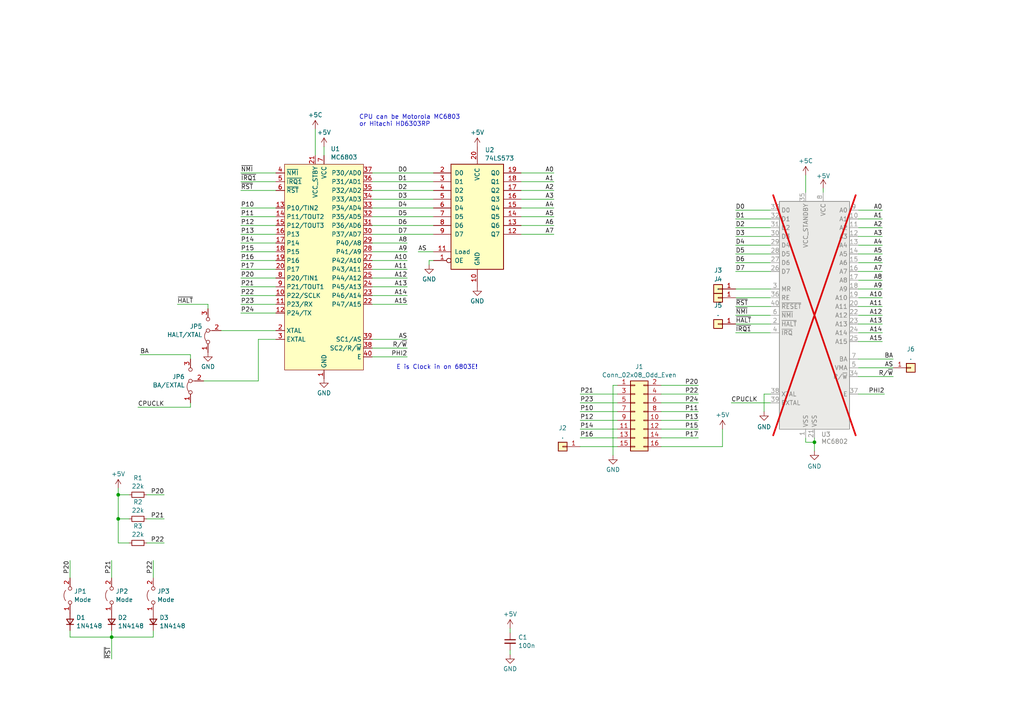
<source format=kicad_sch>
(kicad_sch (version 20231120) (generator "eeschema") (generator_version "8.0")
  (paper "A4")
  (lib_symbols
    (symbol "74xx:74LS573" (pin_names (offset 1.016))
      (property "Reference" "U" (at -7.62 16.51 0))
      (property "Value" "74LS573" (at -7.62 -16.51 0))
      (symbol "74LS573_1_0"
        (pin input inverted (at -12.7 -12.7 0) (length 5.08) (name "OE") (number "1"))
        (pin power_in line (at 0 -20.32 90) (length 5.08) (name "GND") (number "10"))
        (pin input line (at -12.7 -10.16 0) (length 5.08) (name "Load") (number "11"))
        (pin tri_state line (at 12.7 -5.08 180) (length 5.08) (name "Q7") (number "12"))
        (pin tri_state line (at 12.7 -2.54 180) (length 5.08) (name "Q6") (number "13"))
        (pin tri_state line (at 12.7 0 180) (length 5.08) (name "Q5") (number "14"))
        (pin tri_state line (at 12.7 2.54 180) (length 5.08) (name "Q4") (number "15"))
        (pin tri_state line (at 12.7 5.08 180) (length 5.08) (name "Q3") (number "16"))
        (pin tri_state line (at 12.7 7.62 180) (length 5.08) (name "Q2") (number "17"))
        (pin tri_state line (at 12.7 10.16 180) (length 5.08) (name "Q1") (number "18"))
        (pin tri_state line (at 12.7 12.7 180) (length 5.08) (name "Q0") (number "19"))
        (pin input line (at -12.7 12.7 0) (length 5.08) (name "D0") (number "2"))
        (pin power_in line (at 0 20.32 270) (length 5.08) (name "VCC") (number "20"))
        (pin input line (at -12.7 10.16 0) (length 5.08) (name "D1") (number "3"))
        (pin input line (at -12.7 7.62 0) (length 5.08) (name "D2") (number "4"))
        (pin input line (at -12.7 5.08 0) (length 5.08) (name "D3") (number "5"))
        (pin input line (at -12.7 2.54 0) (length 5.08) (name "D4") (number "6"))
        (pin input line (at -12.7 0 0) (length 5.08) (name "D5") (number "7"))
        (pin input line (at -12.7 -2.54 0) (length 5.08) (name "D6") (number "8"))
        (pin input line (at -12.7 -5.08 0) (length 5.08) (name "D7") (number "9"))
      )
      (symbol "74LS573_1_1"
        (rectangle (start -7.62 15.24) (end 7.62 -15.24) (stroke (width 0.254)) (fill (type background)))
      )
    )
    (symbol "CPU_NXP_6800:MC6802"
      (property "Reference" "U99" (at 1.9559 -34.552 0))
      (property "Value" "MC6802" (at 1.9559 -36.6 0))
      (symbol "MC6802_0_1"
        (rectangle (start -10.16 -33.02) (end 10.16 33.02) (stroke (width 0.254)) (fill (type background)))
      )
      (symbol "MC6802_1_1"
        (pin power_in line (at -2.54 -35.56 90) (length 2.54) (name "VSS") (number "1"))
        (pin output line (at 12.7 27.94 180) (length 2.54) (name "A1") (number "10"))
        (pin output line (at 12.7 25.4 180) (length 2.54) (name "A2") (number "11"))
        (pin output line (at 12.7 22.86 180) (length 2.54) (name "A3") (number "12"))
        (pin output line (at 12.7 20.32 180) (length 2.54) (name "A4") (number "13"))
        (pin output line (at 12.7 17.78 180) (length 2.54) (name "A5") (number "14"))
        (pin output line (at 12.7 15.24 180) (length 2.54) (name "A6") (number "15"))
        (pin output line (at 12.7 12.7 180) (length 2.54) (name "A7") (number "16"))
        (pin output line (at 12.7 10.16 180) (length 2.54) (name "A8") (number "17"))
        (pin output line (at 12.7 7.62 180) (length 2.54) (name "A9") (number "18"))
        (pin output line (at 12.7 5.08 180) (length 2.54) (name "A10") (number "19"))
        (pin input line (at -12.7 -2.54 0) (length 2.54) (name "~{HALT}") (number "2"))
        (pin output line (at 12.7 2.54 180) (length 2.54) (name "A11") (number "20"))
        (pin power_in line (at 0 -35.56 90) (length 2.54) (name "VSS") (number "21"))
        (pin output line (at 12.7 0 180) (length 2.54) (name "A12") (number "22"))
        (pin output line (at 12.7 -2.54 180) (length 2.54) (name "A13") (number "23"))
        (pin output line (at 12.7 -5.08 180) (length 2.54) (name "A14") (number "24"))
        (pin output line (at 12.7 -7.62 180) (length 2.54) (name "A15") (number "25"))
        (pin bidirectional line (at -12.7 12.7 0) (length 2.54) (name "D7") (number "26"))
        (pin bidirectional line (at -12.7 15.24 0) (length 2.54) (name "D6") (number "27"))
        (pin bidirectional line (at -12.7 17.78 0) (length 2.54) (name "D5") (number "28"))
        (pin bidirectional line (at -12.7 20.32 0) (length 2.54) (name "D4") (number "29"))
        (pin input line (at -12.7 7.62 0) (length 2.54) (name "MR") (number "3"))
        (pin bidirectional line (at -12.7 22.86 0) (length 2.54) (name "D3") (number "30"))
        (pin bidirectional line (at -12.7 25.4 0) (length 2.54) (name "D2") (number "31"))
        (pin bidirectional line (at -12.7 27.94 0) (length 2.54) (name "D1") (number "32"))
        (pin bidirectional line (at -12.7 30.48 0) (length 2.54) (name "D0") (number "33"))
        (pin output line (at 12.7 -17.78 180) (length 2.54) (name "R/~{W}") (number "34"))
        (pin power_in line (at -2.54 35.56 270) (length 2.54) (name "VCC_STANDBY") (number "35"))
        (pin input line (at -12.7 5.08 0) (length 2.54) (name "RE") (number "36"))
        (pin output line (at 12.7 -22.86 180) (length 2.54) (name "E") (number "37"))
        (pin passive line (at -12.7 -22.86 0) (length 2.54) (name "XTAL") (number "38"))
        (pin passive line (at -12.7 -25.4 0) (length 2.54) (name "EXTAL") (number "39"))
        (pin input line (at -12.7 -5.08 0) (length 2.54) (name "~{IRQ}") (number "4"))
        (pin input line (at -12.7 2.54 0) (length 2.54) (name "~{RESET}") (number "40"))
        (pin output line (at 12.7 -15.24 180) (length 2.54) (name "VMA") (number "5"))
        (pin input line (at -12.7 0 0) (length 2.54) (name "~{NMI}") (number "6"))
        (pin output line (at 12.7 -12.7 180) (length 2.54) (name "BA") (number "7"))
        (pin power_in line (at 2.54 35.56 270) (length 2.54) (name "VCC") (number "8"))
        (pin output line (at 12.7 30.48 180) (length 2.54) (name "A0") (number "9"))
      )
    )
    (symbol "Connector_Generic:Conn_01x01" (pin_names (offset 1.016) hide)
      (property "Reference" "J" (at 0 2.54 0))
      (property "Value" "Conn_01x01" (at 0 -2.54 0))
      (symbol "Conn_01x01_1_1"
        (rectangle (start -1.27 0.127) (end 0 -0.127) (stroke (width 0.1524)))
        (rectangle (start -1.27 1.27) (end 1.27 -1.27) (stroke (width 0.254)) (fill (type background)))
        (pin passive line (at -5.08 0 0) (length 3.81) (name "Pin_1") (number "1"))
      )
    )
    (symbol "Connector_Generic:Conn_02x08_Odd_Even" (pin_names (offset 1.016) hide)
      (property "Reference" "J" (at 1.27 10.16 0))
      (property "Value" "Conn_02x08_Odd_Even" (at 1.27 -12.7 0))
      (symbol "Conn_02x08_Odd_Even_1_1"
        (rectangle (start -1.27 -10.033) (end 0 -10.287) (stroke (width 0.1524)))
        (rectangle (start -1.27 -7.493) (end 0 -7.747) (stroke (width 0.1524)))
        (rectangle (start -1.27 -4.953) (end 0 -5.207) (stroke (width 0.1524)))
        (rectangle (start -1.27 -2.413) (end 0 -2.667) (stroke (width 0.1524)))
        (rectangle (start -1.27 0.127) (end 0 -0.127) (stroke (width 0.1524)))
        (rectangle (start -1.27 2.667) (end 0 2.413) (stroke (width 0.1524)))
        (rectangle (start -1.27 5.207) (end 0 4.953) (stroke (width 0.1524)))
        (rectangle (start -1.27 7.747) (end 0 7.493) (stroke (width 0.1524)))
        (rectangle (start -1.27 8.89) (end 3.81 -11.43) (stroke (width 0.254)) (fill (type background)))
        (rectangle (start 3.81 -10.033) (end 2.54 -10.287) (stroke (width 0.1524)))
        (rectangle (start 3.81 -7.493) (end 2.54 -7.747) (stroke (width 0.1524)))
        (rectangle (start 3.81 -4.953) (end 2.54 -5.207) (stroke (width 0.1524)))
        (rectangle (start 3.81 -2.413) (end 2.54 -2.667) (stroke (width 0.1524)))
        (rectangle (start 3.81 0.127) (end 2.54 -0.127) (stroke (width 0.1524)))
        (rectangle (start 3.81 2.667) (end 2.54 2.413) (stroke (width 0.1524)))
        (rectangle (start 3.81 5.207) (end 2.54 4.953) (stroke (width 0.1524)))
        (rectangle (start 3.81 7.747) (end 2.54 7.493) (stroke (width 0.1524)))
        (pin passive line (at -5.08 7.62 0) (length 3.81) (name "Pin_1") (number "1"))
        (pin passive line (at 7.62 -2.54 180) (length 3.81) (name "Pin_10") (number "10"))
        (pin passive line (at -5.08 -5.08 0) (length 3.81) (name "Pin_11") (number "11"))
        (pin passive line (at 7.62 -5.08 180) (length 3.81) (name "Pin_12") (number "12"))
        (pin passive line (at -5.08 -7.62 0) (length 3.81) (name "Pin_13") (number "13"))
        (pin passive line (at 7.62 -7.62 180) (length 3.81) (name "Pin_14") (number "14"))
        (pin passive line (at -5.08 -10.16 0) (length 3.81) (name "Pin_15") (number "15"))
        (pin passive line (at 7.62 -10.16 180) (length 3.81) (name "Pin_16") (number "16"))
        (pin passive line (at 7.62 7.62 180) (length 3.81) (name "Pin_2") (number "2"))
        (pin passive line (at -5.08 5.08 0) (length 3.81) (name "Pin_3") (number "3"))
        (pin passive line (at 7.62 5.08 180) (length 3.81) (name "Pin_4") (number "4"))
        (pin passive line (at -5.08 2.54 0) (length 3.81) (name "Pin_5") (number "5"))
        (pin passive line (at 7.62 2.54 180) (length 3.81) (name "Pin_6") (number "6"))
        (pin passive line (at -5.08 0 0) (length 3.81) (name "Pin_7") (number "7"))
        (pin passive line (at 7.62 0 180) (length 3.81) (name "Pin_8") (number "8"))
        (pin passive line (at -5.08 -2.54 0) (length 3.81) (name "Pin_9") (number "9"))
      )
    )
    (symbol "Device:C_Small" (pin_numbers hide) (pin_names (offset 0.254) hide)
      (property "Reference" "C" (at 0.254 1.778 0))
      (property "Value" "C_Small" (at 0.254 -2.032 0))
      (symbol "C_Small_0_1"
        (polyline (pts (xy -1.524 -0.508) (xy 1.524 -0.508)) (stroke (width 0.3302)))
        (polyline (pts (xy -1.524 0.508) (xy 1.524 0.508)) (stroke (width 0.3048)))
      )
      (symbol "C_Small_1_1"
        (pin passive line (at 0 2.54 270) (length 2.032) (name "~") (number "1"))
        (pin passive line (at 0 -2.54 90) (length 2.032) (name "~") (number "2"))
      )
    )
    (symbol "Device:D_Small" (pin_numbers hide) (pin_names (offset 0.254) hide)
      (property "Reference" "D" (at -1.27 2.032 0))
      (property "Value" "D_Small" (at -3.81 -2.032 0))
      (symbol "D_Small_0_1"
        (polyline (pts (xy -0.762 -1.016) (xy -0.762 1.016)) (stroke (width 0.254)))
        (polyline (pts (xy -0.762 0) (xy 0.762 0)))
        (polyline (pts (xy 0.762 -1.016) (xy -0.762 0) (xy 0.762 1.016) (xy 0.762 -1.016)) (stroke (width 0.254)))
      )
      (symbol "D_Small_1_1"
        (pin passive line (at -2.54 0 0) (length 1.778) (name "K") (number "1"))
        (pin passive line (at 2.54 0 180) (length 1.778) (name "A") (number "2"))
      )
    )
    (symbol "Device:R_Small" (pin_numbers hide) (pin_names (offset 0.254) hide)
      (property "Reference" "R" (at 0.762 0.508 0))
      (property "Value" "R_Small" (at 0.762 -1.016 0))
      (symbol "R_Small_0_1"
        (rectangle (start -0.762 1.778) (end 0.762 -1.778) (stroke (width 0.2032)))
      )
      (symbol "R_Small_1_1"
        (pin passive line (at 0 2.54 270) (length 0.762) (name "~") (number "1"))
        (pin passive line (at 0 -2.54 90) (length 0.762) (name "~") (number "2"))
      )
    )
    (symbol "Jumper:Jumper_2_Open" (pin_names (offset 0) hide)
      (property "Reference" "JP" (at 0 2.794 0))
      (property "Value" "Jumper_2_Open" (at 0 -2.286 0))
      (symbol "Jumper_2_Open_0_0"
        (circle (center -2.032 0) (radius 0.508))
        (circle (center 2.032 0) (radius 0.508))
      )
      (symbol "Jumper_2_Open_0_1"
        (arc (start 1.524 1.27) (mid 0 1.778) (end -1.524 1.27))
      )
      (symbol "Jumper_2_Open_1_1"
        (pin passive line (at -5.08 0 0) (length 2.54) (name "A") (number "1"))
        (pin passive line (at 5.08 0 180) (length 2.54) (name "B") (number "2"))
      )
    )
    (symbol "Jumper:Jumper_3_Bridged12" (pin_names (offset 0) hide)
      (property "Reference" "JP" (at -2.54 -2.54 0))
      (property "Value" "Jumper_3_Bridged12" (at 0 2.794 0))
      (symbol "Jumper_3_Bridged12_0_0"
        (circle (center -3.302 0) (radius 0.508))
        (circle (center 0 0) (radius 0.508))
        (circle (center 3.302 0) (radius 0.508))
      )
      (symbol "Jumper_3_Bridged12_0_1"
        (arc (start -0.254 0.508) (mid -1.651 0.9912) (end -3.048 0.508))
        (polyline (pts (xy 0 -1.27) (xy 0 -0.508)))
      )
      (symbol "Jumper_3_Bridged12_1_1"
        (pin passive line (at -6.35 0 0) (length 2.54) (name "A") (number "1"))
        (pin passive line (at 0 -3.81 90) (length 2.54) (name "C") (number "2"))
        (pin passive line (at 6.35 0 180) (length 2.54) (name "B") (number "3"))
      )
    )
    (symbol "my_ics_new:MC6803"
      (property "Reference" "U" (at -10.16 30.48 0))
      (property "Value" "MC6803" (at -10.16 27.94 0))
      (symbol "MC6803_0_1"
        (rectangle (start -11.43 25.4) (end 11.43 -34.29) (fill (type background)))
      )
      (symbol "MC6803_1_1"
        (pin power_in line (at 0 -36.83 90) (length 2.54) (name "GND") (number "1"))
        (pin bidirectional line (at -13.97 -12.7 0) (length 2.54) (name "P22/SCLK") (number "10"))
        (pin bidirectional line (at -13.97 -15.24 0) (length 2.54) (name "P23/RX") (number "11"))
        (pin bidirectional line (at -13.97 -17.78 0) (length 2.54) (name "P24/TX") (number "12"))
        (pin bidirectional line (at -13.97 12.7 0) (length 2.54) (name "P10/TIN2") (number "13"))
        (pin bidirectional line (at -13.97 10.16 0) (length 2.54) (name "P11/TOUT2") (number "14"))
        (pin bidirectional line (at -13.97 7.62 0) (length 2.54) (name "P12/TOUT3") (number "15"))
        (pin bidirectional line (at -13.97 5.08 0) (length 2.54) (name "P13") (number "16"))
        (pin bidirectional line (at -13.97 2.54 0) (length 2.54) (name "P14") (number "17"))
        (pin bidirectional line (at -13.97 0 0) (length 2.54) (name "P15") (number "18"))
        (pin bidirectional line (at -13.97 -2.54 0) (length 2.54) (name "P16") (number "19"))
        (pin input line (at -13.97 -22.86 0) (length 2.54) (name "XTAL") (number "2"))
        (pin bidirectional line (at -13.97 -5.08 0) (length 2.54) (name "P17") (number "20"))
        (pin power_in line (at -2.54 27.94 270) (length 2.54) (name "VCC_STBY") (number "21"))
        (pin bidirectional line (at 13.97 -15.24 180) (length 2.54) (name "P47/A15") (number "22"))
        (pin bidirectional line (at 13.97 -12.7 180) (length 2.54) (name "P46/A14") (number "23"))
        (pin bidirectional line (at 13.97 -10.16 180) (length 2.54) (name "P45/A13") (number "24"))
        (pin bidirectional line (at 13.97 -7.62 180) (length 2.54) (name "P44/A12") (number "25"))
        (pin bidirectional line (at 13.97 -5.08 180) (length 2.54) (name "P43/A11") (number "26"))
        (pin bidirectional line (at 13.97 -2.54 180) (length 2.54) (name "P42/A10") (number "27"))
        (pin bidirectional line (at 13.97 0 180) (length 2.54) (name "P41/A9") (number "28"))
        (pin bidirectional line (at 13.97 2.54 180) (length 2.54) (name "P40/A8") (number "29"))
        (pin input line (at -13.97 -25.4 0) (length 2.54) (name "EXTAL") (number "3"))
        (pin bidirectional line (at 13.97 5.08 180) (length 2.54) (name "P37/AD7") (number "30"))
        (pin bidirectional line (at 13.97 7.62 180) (length 2.54) (name "P36/AD6") (number "31"))
        (pin bidirectional line (at 13.97 10.16 180) (length 2.54) (name "P35/AD5") (number "32"))
        (pin bidirectional line (at 13.97 12.7 180) (length 2.54) (name "P34/AD4") (number "33"))
        (pin bidirectional line (at 13.97 15.24 180) (length 2.54) (name "P33/AD3") (number "34"))
        (pin bidirectional line (at 13.97 17.78 180) (length 2.54) (name "P32/AD2") (number "35"))
        (pin bidirectional line (at 13.97 20.32 180) (length 2.54) (name "P31/AD1") (number "36"))
        (pin bidirectional line (at 13.97 22.86 180) (length 2.54) (name "P30/AD0") (number "37"))
        (pin output line (at 13.97 -27.94 180) (length 2.54) (name "SC2/R/~{W}") (number "38"))
        (pin bidirectional line (at 13.97 -25.4 180) (length 2.54) (name "SC1/AS") (number "39"))
        (pin input line (at -13.97 22.86 0) (length 2.54) (name "~{NMI}") (number "4"))
        (pin output line (at 13.97 -30.48 180) (length 2.54) (name "E") (number "40"))
        (pin input line (at -13.97 20.32 0) (length 2.54) (name "~{IRQ1}") (number "5"))
        (pin input line (at -13.97 17.78 0) (length 2.54) (name "~{RST}") (number "6"))
        (pin power_in line (at 0 27.94 270) (length 2.54) (name "VCC") (number "7"))
        (pin bidirectional line (at -13.97 -7.62 0) (length 2.54) (name "P20/TIN1") (number "8"))
        (pin bidirectional line (at -13.97 -10.16 0) (length 2.54) (name "P21/TOUT1") (number "9"))
      )
    )
    (symbol "power:+5C" (power) (pin_names (offset 0))
      (property "Value" "+5C" (at 0 3.556 0))
      (symbol "+5C_0_1"
        (polyline (pts (xy -0.762 1.27) (xy 0 2.54)))
        (polyline (pts (xy 0 0) (xy 0 2.54)))
        (polyline (pts (xy 0 2.54) (xy 0.762 1.27)))
      )
      (symbol "+5C_1_1"
        (pin power_in line (at 0 0 90) (length 0) hide (name "+5C") (number "1"))
      )
    )
    (symbol "power:+5V" (power) (pin_names (offset 0))
      (property "Value" "+5V" (at 0 3.556 0))
      (symbol "+5V_0_1"
        (polyline (pts (xy -0.762 1.27) (xy 0 2.54)))
        (polyline (pts (xy 0 0) (xy 0 2.54)))
        (polyline (pts (xy 0 2.54) (xy 0.762 1.27)))
      )
      (symbol "+5V_1_1"
        (pin power_in line (at 0 0 90) (length 0) hide (name "+5V") (number "1"))
      )
    )
    (symbol "power:GND" (power) (pin_names (offset 0))
      (property "Value" "GND" (at 0 -3.81 0))
      (symbol "GND_0_1"
        (polyline (pts (xy 0 0) (xy 0 -1.27) (xy 1.27 -1.27) (xy 0 -2.54) (xy -1.27 -1.27) (xy 0 -1.27)))
      )
      (symbol "GND_1_1"
        (pin power_in line (at 0 0 270) (length 0) hide (name "GND") (number "1"))
      )
    )
  )
  (junction (at 34.29 150.495))
  (junction (at 236.22 128.27))
  (junction (at 34.29 143.51))
  (junction (at 32.385 184.785))
  (wire (pts (xy 223.52 73.66) (xy 213.36 73.66)))
  (wire (pts (xy 248.92 99.06) (xy 255.905 99.06)))
  (wire (pts (xy 59.055 110.49) (xy 74.93 110.49)))
  (wire (pts (xy 191.77 127) (xy 202.565 127)))
  (wire (pts (xy 147.955 189.865) (xy 147.955 188.595)))
  (wire (pts (xy 259.08 104.14) (xy 248.92 104.14)))
  (wire (pts (xy 223.52 60.96) (xy 213.36 60.96)))
  (wire (pts (xy 151.13 52.705) (xy 160.655 52.705)))
  (wire (pts (xy 223.52 66.04) (xy 213.36 66.04)))
  (wire (pts (xy 69.85 88.265) (xy 80.01 88.265)))
  (wire (pts (xy 20.32 184.785) (xy 32.385 184.785)))
  (wire (pts (xy 107.95 55.245) (xy 125.73 55.245)))
  (wire (pts (xy 69.85 85.725) (xy 80.01 85.725)))
  (wire (pts (xy 213.36 83.82) (xy 223.52 83.82)))
  (wire (pts (xy 20.32 167.64) (xy 20.32 162.56)))
  (wire (pts (xy 212.09 116.84) (xy 223.52 116.84)))
  (wire (pts (xy 51.435 88.265) (xy 60.325 88.265)))
  (wire (pts (xy 233.68 128.27) (xy 233.68 127)))
  (wire (pts (xy 223.52 114.3) (xy 221.615 114.3)))
  (wire (pts (xy 32.385 184.785) (xy 44.45 184.785)))
  (wire (pts (xy 107.95 73.025) (xy 118.11 73.025)))
  (wire (pts (xy 42.545 157.48) (xy 47.625 157.48)))
  (wire (pts (xy 74.93 110.49) (xy 74.93 98.425)))
  (wire (pts (xy 191.77 129.54) (xy 209.55 129.54)))
  (wire (pts (xy 213.36 88.9) (xy 223.52 88.9)))
  (wire (pts (xy 151.13 60.325) (xy 160.655 60.325)))
  (wire (pts (xy 213.36 96.52) (xy 223.52 96.52)))
  (wire (pts (xy 147.955 182.245) (xy 147.955 183.515)))
  (wire (pts (xy 55.245 116.84) (xy 55.245 118.11)))
  (wire (pts (xy 40.005 118.11) (xy 55.245 118.11)))
  (wire (pts (xy 213.36 86.36) (xy 223.52 86.36)))
  (wire (pts (xy 69.85 78.105) (xy 80.01 78.105)))
  (wire (pts (xy 107.95 75.565) (xy 118.11 75.565)))
  (wire (pts (xy 259.08 106.68) (xy 248.92 106.68)))
  (wire (pts (xy 69.85 83.185) (xy 80.01 83.185)))
  (wire (pts (xy 248.92 96.52) (xy 255.905 96.52)))
  (wire (pts (xy 107.95 57.785) (xy 125.73 57.785)))
  (wire (pts (xy 69.85 73.025) (xy 80.01 73.025)))
  (wire (pts (xy 32.385 184.785) (xy 32.385 191.135)))
  (wire (pts (xy 168.275 119.38) (xy 179.07 119.38)))
  (wire (pts (xy 191.77 116.84) (xy 202.565 116.84)))
  (wire (pts (xy 32.385 184.785) (xy 32.385 182.88)))
  (wire (pts (xy 168.275 121.92) (xy 179.07 121.92)))
  (wire (pts (xy 34.29 150.495) (xy 37.465 150.495)))
  (wire (pts (xy 168.275 124.46) (xy 179.07 124.46)))
  (wire (pts (xy 74.93 98.425) (xy 80.01 98.425)))
  (wire (pts (xy 248.92 93.98) (xy 255.905 93.98)))
  (wire (pts (xy 107.95 83.185) (xy 118.11 83.185)))
  (wire (pts (xy 236.22 128.27) (xy 236.22 130.81)))
  (wire (pts (xy 223.52 68.58) (xy 213.36 68.58)))
  (wire (pts (xy 55.245 102.87) (xy 55.245 104.14)))
  (wire (pts (xy 191.77 119.38) (xy 202.565 119.38)))
  (wire (pts (xy 233.68 50.8) (xy 233.68 55.88)))
  (wire (pts (xy 60.325 89.535) (xy 60.325 88.265)))
  (wire (pts (xy 34.29 141.605) (xy 34.29 143.51)))
  (wire (pts (xy 44.45 184.785) (xy 44.45 182.88)))
  (wire (pts (xy 209.55 124.46) (xy 209.55 129.54)))
  (wire (pts (xy 191.77 124.46) (xy 202.565 124.46)))
  (wire (pts (xy 168.275 114.3) (xy 179.07 114.3)))
  (wire (pts (xy 107.95 52.705) (xy 125.73 52.705)))
  (wire (pts (xy 248.92 60.96) (xy 255.905 60.96)))
  (wire (pts (xy 34.29 150.495) (xy 34.29 157.48)))
  (wire (pts (xy 248.92 83.82) (xy 255.905 83.82)))
  (wire (pts (xy 238.76 54.61) (xy 238.76 55.88)))
  (wire (pts (xy 168.275 116.84) (xy 179.07 116.84)))
  (wire (pts (xy 34.29 143.51) (xy 37.465 143.51)))
  (wire (pts (xy 107.95 67.945) (xy 125.73 67.945)))
  (wire (pts (xy 107.95 70.485) (xy 118.11 70.485)))
  (wire (pts (xy 93.98 42.545) (xy 93.98 45.085)))
  (wire (pts (xy 221.615 114.3) (xy 221.615 119.38)))
  (wire (pts (xy 248.92 71.12) (xy 255.905 71.12)))
  (wire (pts (xy 151.13 65.405) (xy 160.655 65.405)))
  (wire (pts (xy 107.95 80.645) (xy 118.11 80.645)))
  (wire (pts (xy 179.07 111.76) (xy 177.8 111.76)))
  (wire (pts (xy 69.85 70.485) (xy 80.01 70.485)))
  (wire (pts (xy 248.92 73.66) (xy 255.905 73.66)))
  (wire (pts (xy 248.92 86.36) (xy 255.905 86.36)))
  (wire (pts (xy 69.85 65.405) (xy 80.01 65.405)))
  (wire (pts (xy 69.85 75.565) (xy 80.01 75.565)))
  (wire (pts (xy 69.85 67.945) (xy 80.01 67.945)))
  (wire (pts (xy 223.52 76.2) (xy 213.36 76.2)))
  (wire (pts (xy 151.13 50.165) (xy 160.655 50.165)))
  (wire (pts (xy 151.13 62.865) (xy 160.655 62.865)))
  (wire (pts (xy 42.545 143.51) (xy 47.625 143.51)))
  (wire (pts (xy 248.92 76.2) (xy 255.905 76.2)))
  (wire (pts (xy 69.85 60.325) (xy 80.01 60.325)))
  (wire (pts (xy 248.92 68.58) (xy 255.905 68.58)))
  (wire (pts (xy 177.8 111.76) (xy 177.8 132.08)))
  (wire (pts (xy 107.95 78.105) (xy 118.11 78.105)))
  (wire (pts (xy 69.85 50.165) (xy 80.01 50.165)))
  (wire (pts (xy 107.95 103.505) (xy 118.11 103.505)))
  (wire (pts (xy 91.44 37.465) (xy 91.44 45.085)))
  (wire (pts (xy 248.92 88.9) (xy 255.905 88.9)))
  (wire (pts (xy 121.285 73.025) (xy 125.73 73.025)))
  (wire (pts (xy 191.77 111.76) (xy 202.565 111.76)))
  (wire (pts (xy 223.52 63.5) (xy 213.36 63.5)))
  (wire (pts (xy 125.73 75.565) (xy 124.46 75.565)))
  (wire (pts (xy 37.465 157.48) (xy 34.29 157.48)))
  (wire (pts (xy 248.92 78.74) (xy 255.905 78.74)))
  (wire (pts (xy 213.36 93.98) (xy 223.52 93.98)))
  (wire (pts (xy 42.545 150.495) (xy 47.625 150.495)))
  (wire (pts (xy 107.95 88.265) (xy 118.11 88.265)))
  (wire (pts (xy 248.92 91.44) (xy 255.905 91.44)))
  (wire (pts (xy 223.52 71.12) (xy 213.36 71.12)))
  (wire (pts (xy 107.95 50.165) (xy 125.73 50.165)))
  (wire (pts (xy 69.85 62.865) (xy 80.01 62.865)))
  (wire (pts (xy 34.29 143.51) (xy 34.29 150.495)))
  (wire (pts (xy 44.45 167.64) (xy 44.45 162.56)))
  (wire (pts (xy 248.92 63.5) (xy 255.905 63.5)))
  (wire (pts (xy 20.32 182.88) (xy 20.32 184.785)))
  (wire (pts (xy 151.13 55.245) (xy 160.655 55.245)))
  (wire (pts (xy 69.85 55.245) (xy 80.01 55.245)))
  (wire (pts (xy 213.36 91.44) (xy 223.52 91.44)))
  (wire (pts (xy 107.95 98.425) (xy 118.11 98.425)))
  (wire (pts (xy 259.08 109.22) (xy 248.92 109.22)))
  (wire (pts (xy 256.54 114.3) (xy 248.92 114.3)))
  (wire (pts (xy 191.77 121.92) (xy 202.565 121.92)))
  (wire (pts (xy 124.46 75.565) (xy 124.46 76.835)))
  (wire (pts (xy 223.52 78.74) (xy 213.36 78.74)))
  (wire (pts (xy 107.95 85.725) (xy 118.11 85.725)))
  (wire (pts (xy 107.95 65.405) (xy 125.73 65.405)))
  (wire (pts (xy 191.77 114.3) (xy 202.565 114.3)))
  (wire (pts (xy 107.95 60.325) (xy 125.73 60.325)))
  (wire (pts (xy 248.92 81.28) (xy 255.905 81.28)))
  (wire (pts (xy 236.22 127) (xy 236.22 128.27)))
  (wire (pts (xy 69.85 52.705) (xy 80.01 52.705)))
  (wire (pts (xy 168.275 127) (xy 179.07 127)))
  (wire (pts (xy 107.95 62.865) (xy 125.73 62.865)))
  (wire (pts (xy 151.13 67.945) (xy 160.655 67.945)))
  (wire (pts (xy 168.275 129.54) (xy 179.07 129.54)))
  (wire (pts (xy 248.92 66.04) (xy 255.905 66.04)))
  (wire (pts (xy 69.85 90.805) (xy 80.01 90.805)))
  (wire (pts (xy 236.22 128.27) (xy 233.68 128.27)))
  (wire (pts (xy 64.135 95.885) (xy 80.01 95.885)))
  (wire (pts (xy 69.85 80.645) (xy 80.01 80.645)))
  (wire (pts (xy 40.64 102.87) (xy 55.245 102.87)))
  (wire (pts (xy 32.385 167.64) (xy 32.385 162.56)))
  (wire (pts (xy 107.95 100.965) (xy 118.11 100.965)))
  (wire (pts (xy 151.13 57.785) (xy 160.655 57.785)))
  (text "E is Clock in on 6803E!" (at 114.935 107.315 0) (effects (font (size 1.27 1.27)) (justify left bottom)))
  (text "CPU can be Motorola MC6803\nor Hitachi HD6303RP" (at 104.14 36.83 0) (effects (font (size 1.27 1.27)) (justify left bottom)))
  (label "P24" (at 69.85 90.805 0))
  (label "A8" (at 255.905 81.28 180))
  (label "P20" (at 202.565 111.76 180))
  (label "P16" (at 168.275 127 0))
  (label "D3" (at 118.11 57.785 180))
  (label "R{slash}~{W}" (at 118.11 100.965 180))
  (label "PHI2" (at 256.54 114.3 180))
  (label "P10" (at 69.85 60.325 0))
  (label "BA" (at 259.08 104.14 180))
  (label "PHI2" (at 118.11 103.505 180))
  (label "P15" (at 202.565 124.46 180))
  (label "P13" (at 69.85 67.945 0))
  (label "P23" (at 168.275 116.84 0))
  (label "D1" (at 213.36 63.5 0))
  (label "~{IRQ1}" (at 69.85 52.705 0))
  (label "A14" (at 255.905 96.52 180))
  (label "A7" (at 160.655 67.945 180))
  (label "D7" (at 213.36 78.74 0))
  (label "~{NMI}" (at 213.36 91.44 0))
  (label "P14" (at 168.275 124.46 0))
  (label "P17" (at 69.85 78.105 0))
  (label "A6" (at 255.905 76.2 180))
  (label "AS" (at 121.285 73.025 0))
  (label "A15" (at 118.11 88.265 180))
  (label "~{HALT}" (at 51.435 88.265 0))
  (label "R{slash}~{W}" (at 259.08 109.22 180))
  (label "P21" (at 47.625 150.495 180))
  (label "D3" (at 213.36 68.58 0))
  (label "P22" (at 202.565 114.3 180))
  (label "P11" (at 202.565 119.38 180))
  (label "D6" (at 213.36 76.2 0))
  (label "P17" (at 202.565 127 180))
  (label "A5" (at 255.905 73.66 180))
  (label "A6" (at 160.655 65.405 180))
  (label "A5" (at 160.655 62.865 180))
  (label "P21" (at 168.275 114.3 0))
  (label "P13" (at 202.565 121.92 180))
  (label "A1" (at 255.905 63.5 180))
  (label "P14" (at 69.85 70.485 0))
  (label "P20" (at 69.85 80.645 0))
  (label "P15" (at 69.85 73.025 0))
  (label "AS" (at 118.11 98.425 180))
  (label "D0" (at 213.36 60.96 0))
  (label "BA" (at 40.64 102.87 0))
  (label "D7" (at 118.11 67.945 180))
  (label "D2" (at 213.36 66.04 0))
  (label "~{IRQ1}" (at 213.36 96.52 0))
  (label "A3" (at 255.905 68.58 180))
  (label "D5" (at 213.36 73.66 0))
  (label "CPUCLK" (at 40.005 118.11 0))
  (label "A12" (at 118.11 80.645 180))
  (label "P24" (at 202.565 116.84 180))
  (label "AS" (at 259.08 106.68 180))
  (label "D6" (at 118.11 65.405 180))
  (label "A0" (at 255.905 60.96 180))
  (label "P10" (at 168.275 119.38 0))
  (label "D0" (at 118.11 50.165 180))
  (label "D1" (at 118.11 52.705 180))
  (label "P21" (at 32.385 162.56 270))
  (label "P22" (at 44.45 162.56 270))
  (label "D5" (at 118.11 62.865 180))
  (label "P23" (at 69.85 88.265 0))
  (label "P22" (at 47.625 157.48 180))
  (label "D2" (at 118.11 55.245 180))
  (label "A8" (at 118.11 70.485 180))
  (label "A0" (at 160.655 50.165 180))
  (label "A2" (at 255.905 66.04 180))
  (label "~{HALT}" (at 213.36 93.98 0))
  (label "~{RST}" (at 69.85 55.245 0))
  (label "A13" (at 118.11 83.185 180))
  (label "CPUCLK" (at 212.09 116.84 0))
  (label "A11" (at 255.905 88.9 180))
  (label "A9" (at 118.11 73.025 180))
  (label "A10" (at 118.11 75.565 180))
  (label "A10" (at 255.905 86.36 180))
  (label "P20" (at 47.625 143.51 180))
  (label "~{RST}" (at 213.36 88.9 0))
  (label "P22" (at 69.85 85.725 0))
  (label "A2" (at 160.655 55.245 180))
  (label "A12" (at 255.905 91.44 180))
  (label "A13" (at 255.905 93.98 180))
  (label "A4" (at 160.655 60.325 180))
  (label "A9" (at 255.905 83.82 180))
  (label "A3" (at 160.655 57.785 180))
  (label "P11" (at 69.85 62.865 0))
  (label "A7" (at 255.905 78.74 180))
  (label "A14" (at 118.11 85.725 180))
  (label "A4" (at 255.905 71.12 180))
  (label "P21" (at 69.85 83.185 0))
  (label "A15" (at 255.905 99.06 180))
  (label "A11" (at 118.11 78.105 180))
  (label "~{NMI}" (at 69.85 50.165 0))
  (label "P20" (at 20.32 162.56 270))
  (label "P16" (at 69.85 75.565 0))
  (label "P12" (at 69.85 65.405 0))
  (label "D4" (at 213.36 71.12 0))
  (label "P12" (at 168.275 121.92 0))
  (label "D4" (at 118.11 60.325 180))
  (label "A1" (at 160.655 52.705 180))
  (label "~{RST}" (at 32.385 191.135 90))
  (symbol (lib_id "power:+5C") (at 91.44 37.465 0) (unit 1)
    (property "Reference" "#PWR021" (effects (hide yes)))
    (property "Value" "+5C" (at 91.44 33.3319 0))
  )
  (symbol (lib_id "power:GND") (at 60.325 102.235 0) (unit 1)
    (property "Reference" "#PWR08" (effects (hide yes)))
    (property "Value" "GND" (at 60.325 106.3681 0))
  )
  (symbol (lib_id "Connector_Generic:Conn_01x01") (at 208.28 83.82 0) (mirror y) (unit 1)
    (property "Reference" "J3" (at 208.28 78.4057 0))
    (property "Value" "." (at 208.28 80.8299 0))
    (property "Footprint" "Connector_PinHeader_2.00mm:PinHeader_1x01_P2.00mm_Vertical" (effects (hide yes)))
  )
  (symbol (lib_id "power:GND") (at 221.615 119.38 0) (mirror y) (unit 1)
    (property "Reference" "#PWR018" (effects (hide yes)))
    (property "Value" "GND" (at 221.615 123.8234 0))
  )
  (symbol (lib_id "Device:D_Small") (at 20.32 180.34 90) (unit 1)
    (property "Reference" "D1" (at 22.098 179.1279 90) (effects (justify right)))
    (property "Value" "1N4148" (at 22.098 181.5521 90) (effects (justify right)))
    (property "Footprint" "Diode_SMD:D_1206_3216Metric_Pad1.42x1.75mm_HandSolder" (effects (hide yes)))
    (property "Sim.Device" "D" (effects (hide yes)))
    (property "Sim.Pins" "1=K 2=A" (effects (hide yes)))
  )
  (symbol (lib_id "Jumper:Jumper_2_Open") (at 44.45 172.72 90) (unit 1)
    (property "Reference" "JP3" (at 45.593 171.5079 90) (effects (justify right)))
    (property "Value" "Mode" (at 45.593 173.9321 90) (effects (justify right)))
    (property "Footprint" "Connector_PinHeader_2.54mm:PinHeader_1x02_P2.54mm_Vertical" (effects (hide yes)))
  )
  (symbol (lib_id "Device:C_Small") (at 147.955 186.055 0) (unit 1)
    (property "Reference" "C1" (at 150.2791 184.8492 0) (effects (justify left)))
    (property "Value" "100n" (at 150.2791 187.2734 0) (effects (justify left)))
    (property "Footprint" "Capacitor_SMD:C_1206_3216Metric_Pad1.33x1.80mm_HandSolder" (effects (hide yes)))
  )
  (symbol (lib_id "Connector_Generic:Conn_02x08_Odd_Even") (at 184.15 119.38 0) (unit 1)
    (property "Reference" "J1" (at 185.42 106.3457 0))
    (property "Value" "Conn_02x08_Odd_Even" (at 185.42 108.7699 0))
    (property "Footprint" "Connector_PinHeader_2.54mm:PinHeader_2x08_P2.54mm_Horizontal" (effects (hide yes)))
  )
  (symbol (lib_id "Device:R_Small") (at 40.005 157.48 90) (unit 1)
    (property "Reference" "R3" (at 40.005 152.5991 90))
    (property "Value" "22k" (at 40.005 155.0233 90))
    (property "Footprint" "Resistor_SMD:R_1206_3216Metric_Pad1.30x1.75mm_HandSolder" (effects (hide yes)))
  )
  (symbol (lib_id "Device:D_Small") (at 44.45 180.34 90) (unit 1)
    (property "Reference" "D3" (at 46.228 179.1279 90) (effects (justify right)))
    (property "Value" "1N4148" (at 46.228 181.5521 90) (effects (justify right)))
    (property "Footprint" "Diode_SMD:D_1206_3216Metric_Pad1.42x1.75mm_HandSolder" (effects (hide yes)))
    (property "Sim.Device" "D" (effects (hide yes)))
    (property "Sim.Pins" "1=K 2=A" (effects (hide yes)))
  )
  (symbol (lib_id "power:GND") (at 93.98 109.855 0) (unit 1)
    (property "Reference" "#PWR02" (effects (hide yes)))
    (property "Value" "GND" (at 93.98 113.9881 0))
  )
  (symbol (lib_id "Device:R_Small") (at 40.005 150.495 90) (unit 1)
    (property "Reference" "R2" (at 40.005 145.6141 90))
    (property "Value" "22k" (at 40.005 148.0383 90))
    (property "Footprint" "Resistor_SMD:R_1206_3216Metric_Pad1.30x1.75mm_HandSolder" (effects (hide yes)))
  )
  (symbol (lib_id "power:GND") (at 177.8 132.08 0) (unit 1)
    (property "Reference" "#PWR015" (effects (hide yes)))
    (property "Value" "GND" (at 177.8 136.2131 0))
  )
  (symbol (lib_id "Jumper:Jumper_3_Bridged12") (at 60.325 95.885 90) (unit 1)
    (property "Reference" "JP5" (at 58.6989 94.6729 90) (effects (justify left)))
    (property "Value" "HALT/XTAL" (at 58.6989 97.0971 90) (effects (justify left)))
    (property "Footprint" "Connector_PinHeader_2.54mm:PinHeader_1x03_P2.54mm_Vertical" (effects (hide yes)))
  )
  (symbol (lib_id "power:GND") (at 147.955 189.865 0) (unit 1)
    (property "Reference" "#PWR04" (effects (hide yes)))
    (property "Value" "GND" (at 147.955 193.9981 0))
  )
  (symbol (lib_id "power:GND") (at 236.22 130.81 0) (mirror y) (unit 1)
    (property "Reference" "#PWR019" (effects (hide yes)))
    (property "Value" "GND" (at 236.22 135.2534 0))
  )
  (symbol (lib_id "power:+5V") (at 209.55 124.46 0) (unit 1)
    (property "Reference" "#PWR016" (effects (hide yes)))
    (property "Value" "+5V" (at 209.55 120.3269 0))
  )
  (symbol (lib_id "Device:D_Small") (at 32.385 180.34 90) (unit 1)
    (property "Reference" "D2" (at 34.163 179.1279 90) (effects (justify right)))
    (property "Value" "1N4148" (at 34.163 181.5521 90) (effects (justify right)))
    (property "Footprint" "Diode_SMD:D_1206_3216Metric_Pad1.42x1.75mm_HandSolder" (effects (hide yes)))
    (property "Sim.Device" "D" (effects (hide yes)))
    (property "Sim.Pins" "1=K 2=A" (effects (hide yes)))
  )
  (symbol (lib_id "power:+5V") (at 34.29 141.605 0) (unit 1)
    (property "Reference" "#PWR09" (effects (hide yes)))
    (property "Value" "+5V" (at 34.29 137.4719 0))
  )
  (symbol (lib_id "power:+5V") (at 238.76 54.61 0) (unit 1)
    (property "Reference" "#PWR017" (effects (hide yes)))
    (property "Value" "+5V" (at 238.76 51.0342 0))
  )
  (symbol (lib_id "Connector_Generic:Conn_01x01") (at 208.28 93.98 0) (mirror y) (unit 1)
    (property "Reference" "J5" (at 208.28 88.5657 0))
    (property "Value" "." (at 208.28 90.9899 0))
    (property "Footprint" "Connector_PinHeader_2.00mm:PinHeader_1x01_P2.00mm_Vertical" (effects (hide yes)))
  )
  (symbol (lib_id "Connector_Generic:Conn_01x01") (at 208.28 86.36 0) (mirror y) (unit 1)
    (property "Reference" "J4" (at 208.28 80.9457 0))
    (property "Value" "." (at 208.28 83.3699 0))
    (property "Footprint" "Connector_PinHeader_2.00mm:PinHeader_1x01_P2.00mm_Vertical" (effects (hide yes)))
  )
  (symbol (lib_id "Device:R_Small") (at 40.005 143.51 90) (unit 1)
    (property "Reference" "R1" (at 40.005 138.6291 90))
    (property "Value" "22k" (at 40.005 141.0533 90))
    (property "Footprint" "Resistor_SMD:R_1206_3216Metric_Pad1.30x1.75mm_HandSolder" (effects (hide yes)))
  )
  (symbol (lib_id "Connector_Generic:Conn_01x01") (at 264.16 106.68 0) (unit 1)
    (property "Reference" "J6" (at 264.16 101.2657 0))
    (property "Value" "." (at 264.16 103.6899 0))
    (property "Footprint" "Connector_PinHeader_2.00mm:PinHeader_1x01_P2.00mm_Vertical" (effects (hide yes)))
  )
  (symbol (lib_id "74xx:74LS573") (at 138.43 62.865 0) (unit 1)
    (property "Reference" "U2" (at 140.6241 43.4807 0) (effects (justify left)))
    (property "Value" "74LS573" (at 140.6241 45.9049 0) (effects (justify left)))
    (property "Footprint" "Package_DIP:DIP-20_W7.62mm_Socket_LongPads" (effects (hide yes)))
    (property "Datasheet" "74xx/74hc573.pdf" (effects (hide yes)))
  )
  (symbol (lib_id "power:+5C") (at 233.68 50.8 0) (unit 1)
    (property "Reference" "#PWR020" (effects (hide yes)))
    (property "Value" "+5C" (at 233.68 46.6669 0))
  )
  (symbol (lib_id "power:GND") (at 138.43 83.185 0) (unit 1)
    (property "Reference" "#PWR01" (effects (hide yes)))
    (property "Value" "GND" (at 138.43 87.3181 0))
  )
  (symbol (lib_id "power:+5V") (at 147.955 182.245 0) (unit 1)
    (property "Reference" "#PWR06" (effects (hide yes)))
    (property "Value" "+5V" (at 147.955 178.1119 0))
  )
  (symbol (lib_id "my_ics_new:MC6803") (at 93.98 73.025 0) (unit 1)
    (property "Reference" "U1" (at 95.885 43.18 0) (effects (justify left)))
    (property "Value" "MC6803" (at 95.885 45.6042 0) (effects (justify left)))
    (property "Footprint" "Package_DIP:DIP-40_W15.24mm_Socket_LongPads" (effects (hide yes)))
  )
  (symbol (lib_id "Connector_Generic:Conn_01x01") (at 163.195 129.54 0) (mirror y) (unit 1)
    (property "Reference" "J2" (at 163.195 124.1257 0))
    (property "Value" "." (at 163.195 126.5499 0))
    (property "Footprint" "Connector_PinHeader_2.00mm:PinHeader_1x01_P2.00mm_Vertical" (effects (hide yes)))
  )
  (symbol (lib_id "power:+5V") (at 93.98 42.545 0) (unit 1)
    (property "Reference" "#PWR03" (effects (hide yes)))
    (property "Value" "+5V" (at 93.98 38.4119 0))
  )
  (symbol (lib_id "Jumper:Jumper_3_Bridged12") (at 55.245 110.49 90) (unit 1)
    (property "Reference" "JP6" (at 53.6189 109.2779 90) (effects (justify left)))
    (property "Value" "BA/EXTAL" (at 53.6189 111.7021 90) (effects (justify left)))
    (property "Footprint" "Connector_PinHeader_2.54mm:PinHeader_1x03_P2.54mm_Vertical" (effects (hide yes)))
  )
  (symbol (lib_id "CPU_NXP_6800:MC6802") (at 236.22 91.44 0) (unit 1) (in_bom no) (dnp yes)
    (property "Reference" "U3" (at 238.1759 125.992 0) (effects (justify left)))
    (property "Value" "MC6802" (at 238.1759 128.04 0) (effects (justify left)))
    (property "Footprint" "Package_DIP:DIP-40_W15.24mm" (effects (hide yes)))
    (property "Datasheet" "https://www.jameco.com/Jameco/Products/ProdDS/43502.pdf" (effects (hide yes)))
  )
  (symbol (lib_id "power:+5V") (at 138.43 42.545 0) (unit 1)
    (property "Reference" "#PWR05" (effects (hide yes)))
    (property "Value" "+5V" (at 138.43 38.4119 0))
  )
  (symbol (lib_id "Jumper:Jumper_2_Open") (at 20.32 172.72 90) (unit 1)
    (property "Reference" "JP1" (at 21.463 171.5079 90) (effects (justify right)))
    (property "Value" "Mode" (at 21.463 173.9321 90) (effects (justify right)))
    (property "Footprint" "Connector_PinHeader_2.54mm:PinHeader_1x02_P2.54mm_Vertical" (effects (hide yes)))
  )
  (symbol (lib_id "power:GND") (at 124.46 76.835 0) (unit 1)
    (property "Reference" "#PWR07" (effects (hide yes)))
    (property "Value" "GND" (at 124.46 80.9681 0))
  )
  (symbol (lib_id "Jumper:Jumper_2_Open") (at 32.385 172.72 90) (unit 1)
    (property "Reference" "JP2" (at 33.528 171.5079 90) (effects (justify right)))
    (property "Value" "Mode" (at 33.528 173.9321 90) (effects (justify right)))
    (property "Footprint" "Connector_PinHeader_2.54mm:PinHeader_1x02_P2.54mm_Vertical" (effects (hide yes)))
  )
)
</source>
